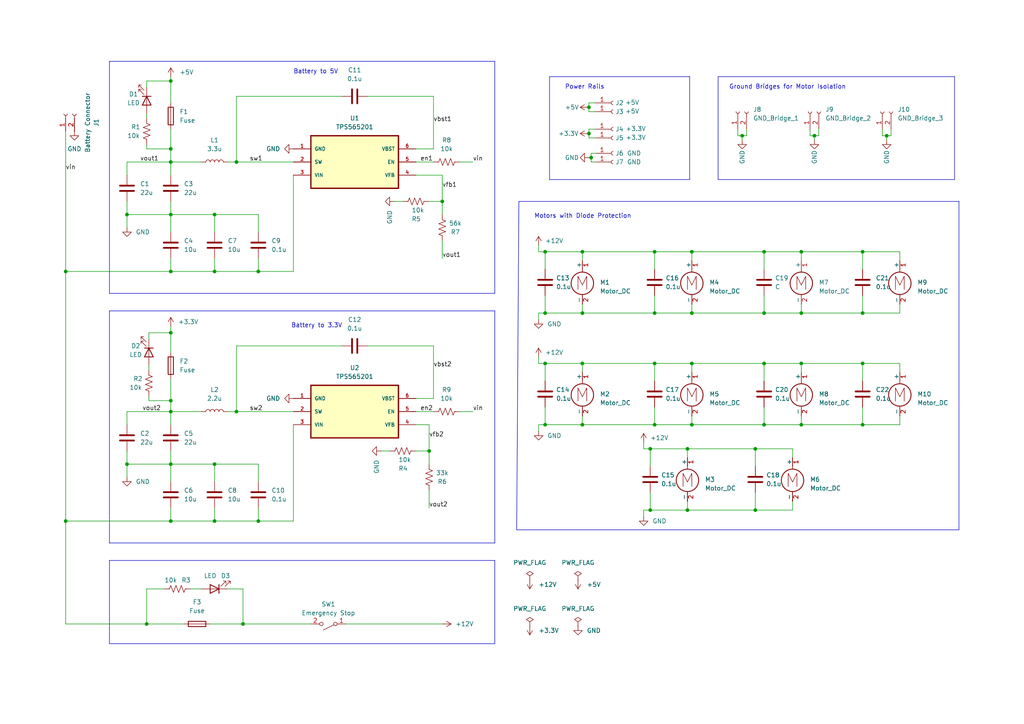
<source format=kicad_sch>
(kicad_sch (version 20230121) (generator eeschema)
  (paper "A4")
  (lib_symbols
    (symbol "Connector:Conn_01x01_Female" (pin_names (offset 1.016) hide)
      (property "Reference" "J" (at 0 2.54 0))
      (property "Value" "Conn_01x01_Female" (at 0 -2.54 0))
      (symbol "Conn_01x01_Female_1_1"
        (polyline (pts (xy -1.27 0) (xy -0.508 0)) (stroke (width 0.1524)))
        (arc (start 0 0.508) (mid -0.5058 0) (end 0 -0.508) (stroke (width 0.1524)))
        (pin passive line (at -5.08 0 0) (length 3.81) (name "Pin_1") (number "1"))
      )
    )
    (symbol "Connector:Conn_01x02_Female" (pin_names (offset 1.016) hide)
      (property "Reference" "J" (at 0 2.54 0))
      (property "Value" "Conn_01x02_Female" (at 0 -5.08 0))
      (symbol "Conn_01x02_Female_1_1"
        (arc (start 0 -2.032) (mid -0.5058 -2.54) (end 0 -3.048) (stroke (width 0.1524)))
        (polyline (pts (xy -1.27 -2.54) (xy -0.508 -2.54)) (stroke (width 0.1524)))
        (polyline (pts (xy -1.27 0) (xy -0.508 0)) (stroke (width 0.1524)))
        (arc (start 0 0.508) (mid -0.5058 0) (end 0 -0.508) (stroke (width 0.1524)))
        (pin passive line (at -5.08 0 0) (length 3.81) (name "Pin_1") (number "1"))
        (pin passive line (at -5.08 -2.54 0) (length 3.81) (name "Pin_2") (number "2"))
      )
    )
    (symbol "Connector:Conn_01x02_Socket" (pin_names (offset 1.016) hide)
      (property "Reference" "J" (at 0 2.54 0))
      (property "Value" "Conn_01x02_Socket" (at 0 -5.08 0))
      (symbol "Conn_01x02_Socket_1_1"
        (arc (start 0 -2.032) (mid -0.5058 -2.54) (end 0 -3.048) (stroke (width 0.1524)))
        (polyline (pts (xy -1.27 -2.54) (xy -0.508 -2.54)) (stroke (width 0.1524)))
        (polyline (pts (xy -1.27 0) (xy -0.508 0)) (stroke (width 0.1524)))
        (arc (start 0 0.508) (mid -0.5058 0) (end 0 -0.508) (stroke (width 0.1524)))
        (pin passive line (at -5.08 0 0) (length 3.81) (name "Pin_1") (number "1"))
        (pin passive line (at -5.08 -2.54 0) (length 3.81) (name "Pin_2") (number "2"))
      )
    )
    (symbol "Device:C" (pin_numbers hide) (pin_names (offset 0.254))
      (property "Reference" "C" (at 0.635 2.54 0))
      (property "Value" "C" (at 0.635 -2.54 0))
      (symbol "C_0_1"
        (polyline (pts (xy -2.032 -0.762) (xy 2.032 -0.762)) (stroke (width 0.508)))
        (polyline (pts (xy -2.032 0.762) (xy 2.032 0.762)) (stroke (width 0.508)))
      )
      (symbol "C_1_1"
        (pin passive line (at 0 3.81 270) (length 2.794) (name "~") (number "1"))
        (pin passive line (at 0 -3.81 90) (length 2.794) (name "~") (number "2"))
      )
    )
    (symbol "Device:Fuse" (pin_numbers hide) (pin_names (offset 0))
      (property "Reference" "F" (at 2.032 0 90))
      (property "Value" "Fuse" (at -1.905 0 90))
      (symbol "Fuse_0_1"
        (rectangle (start -0.762 -2.54) (end 0.762 2.54) (stroke (width 0.254)))
        (polyline (pts (xy 0 2.54) (xy 0 -2.54)))
      )
      (symbol "Fuse_1_1"
        (pin passive line (at 0 3.81 270) (length 1.27) (name "~") (number "1"))
        (pin passive line (at 0 -3.81 90) (length 1.27) (name "~") (number "2"))
      )
    )
    (symbol "Device:L" (pin_numbers hide) (pin_names (offset 1.016) hide)
      (property "Reference" "L" (at -1.27 0 90))
      (property "Value" "L" (at 1.905 0 90))
      (symbol "L_0_1"
        (arc (start 0 -2.54) (mid 0.6323 -1.905) (end 0 -1.27))
        (arc (start 0 -1.27) (mid 0.6323 -0.635) (end 0 0))
        (arc (start 0 0) (mid 0.6323 0.635) (end 0 1.27))
        (arc (start 0 1.27) (mid 0.6323 1.905) (end 0 2.54))
      )
      (symbol "L_1_1"
        (pin passive line (at 0 3.81 270) (length 1.27) (name "1") (number "1"))
        (pin passive line (at 0 -3.81 90) (length 1.27) (name "2") (number "2"))
      )
    )
    (symbol "Device:LED" (pin_numbers hide) (pin_names (offset 1.016) hide)
      (property "Reference" "D" (at 0 2.54 0))
      (property "Value" "LED" (at 0 -2.54 0))
      (symbol "LED_0_1"
        (polyline (pts (xy -1.27 -1.27) (xy -1.27 1.27)) (stroke (width 0.254)))
        (polyline (pts (xy -1.27 0) (xy 1.27 0)))
        (polyline (pts (xy 1.27 -1.27) (xy 1.27 1.27) (xy -1.27 0) (xy 1.27 -1.27)) (stroke (width 0.254)))
        (polyline (pts (xy -3.048 -0.762) (xy -4.572 -2.286) (xy -3.81 -2.286) (xy -4.572 -2.286) (xy -4.572 -1.524)))
        (polyline (pts (xy -1.778 -0.762) (xy -3.302 -2.286) (xy -2.54 -2.286) (xy -3.302 -2.286) (xy -3.302 -1.524)))
      )
      (symbol "LED_1_1"
        (pin passive line (at -3.81 0 0) (length 2.54) (name "K") (number "1"))
        (pin passive line (at 3.81 0 180) (length 2.54) (name "A") (number "2"))
      )
    )
    (symbol "Device:R_US" (pin_numbers hide) (pin_names (offset 0))
      (property "Reference" "R" (at 2.54 0 90))
      (property "Value" "R_US" (at -2.54 0 90))
      (symbol "R_US_0_1"
        (polyline (pts (xy 0 -2.286) (xy 0 -2.54)))
        (polyline (pts (xy 0 2.286) (xy 0 2.54)))
        (polyline (pts (xy 0 -0.762) (xy 1.016 -1.143) (xy 0 -1.524) (xy -1.016 -1.905) (xy 0 -2.286)))
        (polyline (pts (xy 0 0.762) (xy 1.016 0.381) (xy 0 0) (xy -1.016 -0.381) (xy 0 -0.762)))
        (polyline (pts (xy 0 2.286) (xy 1.016 1.905) (xy 0 1.524) (xy -1.016 1.143) (xy 0 0.762)))
      )
      (symbol "R_US_1_1"
        (pin passive line (at 0 3.81 270) (length 1.27) (name "~") (number "1"))
        (pin passive line (at 0 -3.81 90) (length 1.27) (name "~") (number "2"))
      )
    )
    (symbol "Motor:Motor_DC" (pin_names (offset 0))
      (property "Reference" "M" (at 2.54 2.54 0))
      (property "Value" "Motor_DC" (at 2.54 -5.08 0))
      (symbol "Motor_DC_0_0"
        (polyline (pts (xy -1.27 -3.302) (xy -1.27 0.508) (xy 0 -2.032) (xy 1.27 0.508) (xy 1.27 -3.302)))
      )
      (symbol "Motor_DC_0_1"
        (circle (center 0 -1.524) (radius 3.2512) (stroke (width 0.254)))
        (polyline (pts (xy 0 -7.62) (xy 0 -7.112)))
        (polyline (pts (xy 0 -4.7752) (xy 0 -5.1816)))
        (polyline (pts (xy 0 1.7272) (xy 0 2.0828)))
        (polyline (pts (xy 0 2.032) (xy 0 2.54)))
      )
      (symbol "Motor_DC_1_1"
        (pin passive line (at 0 5.08 270) (length 2.54) (name "+") (number "1"))
        (pin passive line (at 0 -7.62 90) (length 2.54) (name "-") (number "2"))
      )
    )
    (symbol "Switch:SW_SPST" (pin_names (offset 0) hide)
      (property "Reference" "SW" (at 0 3.175 0))
      (property "Value" "SW_SPST" (at 0 -2.54 0))
      (symbol "SW_SPST_0_0"
        (circle (center -2.032 0) (radius 0.508))
        (polyline (pts (xy -1.524 0.254) (xy 1.524 1.778)))
        (circle (center 2.032 0) (radius 0.508))
      )
      (symbol "SW_SPST_1_1"
        (pin passive line (at -5.08 0 0) (length 2.54) (name "A") (number "1"))
        (pin passive line (at 5.08 0 180) (length 2.54) (name "B") (number "2"))
      )
    )
    (symbol "TPS565201DDCR:TPS565201" (pin_names (offset 1.016))
      (property "Reference" "U?" (at -12.7 11.1506 0))
      (property "Value" "TPS565201" (at -5.08 -8.89 0))
      (symbol "TPS565201_0_0"
        (rectangle (start -12.7 10.16) (end 12.7 -5.08) (stroke (width 0.4064)) (fill (type background)))
        (pin power_in line (at -17.78 6.35 0) (length 5.08) (name "GND") (number "1"))
        (pin bidirectional line (at -17.78 2.54 0) (length 5.08) (name "SW") (number "2"))
        (pin bidirectional line (at -17.78 -1.27 0) (length 5.08) (name "VIN") (number "3"))
        (pin bidirectional line (at 17.78 -1.27 180) (length 5.08) (name "VFB") (number "4"))
        (pin bidirectional line (at 17.78 2.54 180) (length 5.08) (name "EN") (number "5"))
        (pin bidirectional line (at 17.78 6.35 180) (length 5.08) (name "VBST") (number "6"))
      )
    )
    (symbol "power:+12V" (power) (pin_names (offset 0))
      (property "Value" "+12V" (at 0 3.556 0))
      (symbol "+12V_0_1"
        (polyline (pts (xy -0.762 1.27) (xy 0 2.54)))
        (polyline (pts (xy 0 0) (xy 0 2.54)))
        (polyline (pts (xy 0 2.54) (xy 0.762 1.27)))
      )
      (symbol "+12V_1_1"
        (pin power_in line (at 0 0 90) (length 0) hide (name "+12V") (number "1"))
      )
    )
    (symbol "power:+3.3V" (power) (pin_names (offset 0))
      (property "Value" "+3.3V" (at 0 3.556 0))
      (symbol "+3.3V_0_1"
        (polyline (pts (xy -0.762 1.27) (xy 0 2.54)))
        (polyline (pts (xy 0 0) (xy 0 2.54)))
        (polyline (pts (xy 0 2.54) (xy 0.762 1.27)))
      )
      (symbol "+3.3V_1_1"
        (pin power_in line (at 0 0 90) (length 0) hide (name "+3.3V") (number "1"))
      )
    )
    (symbol "power:+5V" (power) (pin_names (offset 0))
      (property "Value" "+5V" (at 0 3.556 0))
      (symbol "+5V_0_1"
        (polyline (pts (xy -0.762 1.27) (xy 0 2.54)))
        (polyline (pts (xy 0 0) (xy 0 2.54)))
        (polyline (pts (xy 0 2.54) (xy 0.762 1.27)))
      )
      (symbol "+5V_1_1"
        (pin power_in line (at 0 0 90) (length 0) hide (name "+5V") (number "1"))
      )
    )
    (symbol "power:GND" (power) (pin_names (offset 0))
      (property "Value" "GND" (at 0 -3.81 0))
      (symbol "GND_0_1"
        (polyline (pts (xy 0 0) (xy 0 -1.27) (xy 1.27 -1.27) (xy 0 -2.54) (xy -1.27 -1.27) (xy 0 -1.27)))
      )
      (symbol "GND_1_1"
        (pin power_in line (at 0 0 270) (length 0) hide (name "GND") (number "1"))
      )
    )
    (symbol "power:PWR_FLAG" (power) (pin_numbers hide) (pin_names (offset 0) hide)
      (property "Value" "PWR_FLAG" (at 0 3.81 0))
      (symbol "PWR_FLAG_0_0"
        (pin power_out line (at 0 0 90) (length 0) (name "pwr") (number "1"))
      )
      (symbol "PWR_FLAG_0_1"
        (polyline (pts (xy 0 0) (xy 0 1.27) (xy -1.016 1.905) (xy 0 2.54) (xy 1.016 1.905) (xy 0 1.27)))
      )
    )
  )
  (junction (at 74.93 78.74))
  (junction (at 74.93 151.13))
  (junction (at 221.615 123.19))
  (junction (at 168.91 73.025))
  (junction (at 188.595 130.175))
  (junction (at 36.83 62.23))
  (junction (at 199.39 130.175))
  (junction (at 49.53 46.99))
  (junction (at 62.23 151.13))
  (junction (at 188.595 147.955))
  (junction (at 171.45 45.72))
  (junction (at 62.23 62.23))
  (junction (at 219.075 147.955))
  (junction (at 168.91 105.41))
  (junction (at 189.865 90.805))
  (junction (at 49.53 119.38))
  (junction (at 221.615 90.805))
  (junction (at 124.46 130.81))
  (junction (at 200.66 73.025))
  (junction (at 42.545 180.975))
  (junction (at 221.615 73.025))
  (junction (at 62.23 134.62))
  (junction (at 221.615 105.41))
  (junction (at 168.91 90.805))
  (junction (at 200.66 90.805))
  (junction (at 189.865 123.19))
  (junction (at 232.41 123.19))
  (junction (at 189.865 105.41))
  (junction (at 168.91 123.19))
  (junction (at 49.53 96.52))
  (junction (at 170.815 38.735))
  (junction (at 49.53 43.18))
  (junction (at 236.22 39.37))
  (junction (at 36.83 134.62))
  (junction (at 250.19 73.025))
  (junction (at 189.865 73.025))
  (junction (at 128.27 58.42))
  (junction (at 250.19 123.19))
  (junction (at 49.53 23.495))
  (junction (at 232.41 105.41))
  (junction (at 49.53 78.74))
  (junction (at 158.115 123.19))
  (junction (at 158.115 73.025))
  (junction (at 232.41 73.025))
  (junction (at 250.19 105.41))
  (junction (at 158.115 105.41))
  (junction (at 170.815 31.115))
  (junction (at 200.66 105.41))
  (junction (at 215.265 39.37))
  (junction (at 49.53 62.23))
  (junction (at 68.58 46.99))
  (junction (at 49.53 116.205))
  (junction (at 199.39 147.955))
  (junction (at 19.05 151.13))
  (junction (at 232.41 90.805))
  (junction (at 68.58 119.38))
  (junction (at 250.19 90.805))
  (junction (at 158.115 90.805))
  (junction (at 62.23 78.74))
  (junction (at 19.05 78.74))
  (junction (at 219.075 130.175))
  (junction (at 200.66 123.19))
  (junction (at 49.53 151.13))
  (junction (at 70.485 180.975))
  (junction (at 257.175 39.37))
  (junction (at 49.53 134.62))
  (wire (pts (xy 170.815 37.465) (xy 170.815 38.735)))
  (polyline (pts (xy 200.025 52.07) (xy 159.385 52.07)) (stroke (width 0) (type solid)))
  (wire (pts (xy 66.04 46.99) (xy 68.58 46.99)))
  (wire (pts (xy 42.545 25.4) (xy 42.545 23.495)))
  (wire (pts (xy 186.69 130.175) (xy 188.595 130.175)))
  (polyline (pts (xy 200.025 22.225) (xy 200.025 52.07)) (stroke (width 0) (type solid)))
  (wire (pts (xy 156.21 90.805) (xy 158.115 90.805)))
  (wire (pts (xy 55.245 170.815) (xy 58.42 170.815)))
  (wire (pts (xy 219.075 142.875) (xy 219.075 147.955)))
  (wire (pts (xy 156.21 92.71) (xy 156.21 90.805)))
  (wire (pts (xy 199.39 130.175) (xy 219.075 130.175)))
  (wire (pts (xy 125.73 43.18) (xy 120.65 43.18)))
  (wire (pts (xy 85.09 78.74) (xy 74.93 78.74)))
  (wire (pts (xy 36.83 46.99) (xy 49.53 46.99)))
  (wire (pts (xy 120.65 46.99) (xy 125.73 46.99)))
  (wire (pts (xy 124.46 130.81) (xy 124.46 134.62)))
  (wire (pts (xy 49.53 62.23) (xy 49.53 58.42)))
  (wire (pts (xy 43.18 116.205) (xy 49.53 116.205)))
  (wire (pts (xy 133.35 119.38) (xy 137.16 119.38)))
  (polyline (pts (xy 278.13 153.67) (xy 149.86 153.67)) (stroke (width 0) (type solid)))
  (wire (pts (xy 49.53 94.615) (xy 49.53 96.52)))
  (wire (pts (xy 42.545 34.29) (xy 42.545 33.02)))
  (wire (pts (xy 124.46 142.24) (xy 124.46 147.32)))
  (wire (pts (xy 49.53 96.52) (xy 49.53 102.235)))
  (wire (pts (xy 168.91 88.265) (xy 168.91 90.805)))
  (wire (pts (xy 199.39 147.955) (xy 219.075 147.955)))
  (wire (pts (xy 213.995 37.465) (xy 213.995 39.37)))
  (wire (pts (xy 124.46 123.19) (xy 124.46 130.81)))
  (wire (pts (xy 172.72 46.99) (xy 171.45 46.99)))
  (wire (pts (xy 257.175 40.64) (xy 257.175 39.37)))
  (wire (pts (xy 188.595 147.955) (xy 199.39 147.955)))
  (wire (pts (xy 260.985 120.65) (xy 260.985 123.19)))
  (wire (pts (xy 19.05 38.1) (xy 19.05 78.74)))
  (wire (pts (xy 19.05 78.74) (xy 49.53 78.74)))
  (polyline (pts (xy 31.75 162.56) (xy 31.75 186.69)) (stroke (width 0) (type solid)))
  (wire (pts (xy 200.66 73.025) (xy 200.66 75.565)))
  (wire (pts (xy 158.115 78.105) (xy 158.115 73.025)))
  (wire (pts (xy 189.865 85.725) (xy 189.865 90.805)))
  (wire (pts (xy 215.265 39.37) (xy 216.535 39.37)))
  (polyline (pts (xy 31.75 186.69) (xy 143.51 186.69)) (stroke (width 0) (type solid)))
  (polyline (pts (xy 143.51 17.78) (xy 31.75 17.78)) (stroke (width 0) (type solid)))
  (polyline (pts (xy 276.86 52.07) (xy 208.28 52.07)) (stroke (width 0) (type solid)))
  (wire (pts (xy 221.615 118.11) (xy 221.615 123.19)))
  (wire (pts (xy 62.23 78.74) (xy 74.93 78.74)))
  (wire (pts (xy 19.05 78.74) (xy 19.05 151.13)))
  (wire (pts (xy 232.41 88.265) (xy 232.41 90.805)))
  (wire (pts (xy 62.23 139.7) (xy 62.23 134.62)))
  (wire (pts (xy 232.41 120.65) (xy 232.41 123.19)))
  (wire (pts (xy 250.19 90.805) (xy 260.985 90.805)))
  (wire (pts (xy 200.66 120.65) (xy 200.66 123.19)))
  (wire (pts (xy 186.69 149.86) (xy 186.69 147.955)))
  (wire (pts (xy 168.91 73.025) (xy 189.865 73.025)))
  (wire (pts (xy 99.06 27.94) (xy 68.58 27.94)))
  (wire (pts (xy 255.905 39.37) (xy 257.175 39.37)))
  (wire (pts (xy 128.27 50.8) (xy 128.27 58.42)))
  (wire (pts (xy 170.815 32.385) (xy 170.815 31.115)))
  (wire (pts (xy 200.66 73.025) (xy 221.615 73.025)))
  (wire (pts (xy 36.83 134.62) (xy 36.83 138.43)))
  (wire (pts (xy 158.115 118.11) (xy 158.115 123.19)))
  (wire (pts (xy 221.615 90.805) (xy 232.41 90.805)))
  (wire (pts (xy 234.95 39.37) (xy 236.22 39.37)))
  (wire (pts (xy 49.53 147.32) (xy 49.53 151.13)))
  (wire (pts (xy 85.09 50.8) (xy 85.09 78.74)))
  (wire (pts (xy 60.96 180.975) (xy 70.485 180.975)))
  (wire (pts (xy 113.03 130.81) (xy 110.49 130.81)))
  (wire (pts (xy 200.66 123.19) (xy 221.615 123.19)))
  (wire (pts (xy 36.83 134.62) (xy 49.53 134.62)))
  (wire (pts (xy 170.815 38.735) (xy 170.815 40.005)))
  (wire (pts (xy 199.39 145.415) (xy 199.39 147.955)))
  (wire (pts (xy 58.42 119.38) (xy 49.53 119.38)))
  (wire (pts (xy 70.485 180.975) (xy 90.17 180.975)))
  (wire (pts (xy 43.18 114.935) (xy 43.18 116.205)))
  (wire (pts (xy 62.23 151.13) (xy 74.93 151.13)))
  (wire (pts (xy 74.93 67.31) (xy 74.93 62.23)))
  (wire (pts (xy 49.53 78.74) (xy 62.23 78.74)))
  (wire (pts (xy 125.73 115.57) (xy 120.65 115.57)))
  (wire (pts (xy 158.115 73.025) (xy 168.91 73.025)))
  (wire (pts (xy 125.73 27.94) (xy 125.73 43.18)))
  (wire (pts (xy 189.865 110.49) (xy 189.865 105.41)))
  (wire (pts (xy 42.545 43.18) (xy 49.53 43.18)))
  (wire (pts (xy 49.53 23.495) (xy 49.53 29.845)))
  (wire (pts (xy 128.27 69.85) (xy 128.27 74.93)))
  (wire (pts (xy 120.65 123.19) (xy 124.46 123.19)))
  (polyline (pts (xy 150.495 58.42) (xy 278.13 58.42)) (stroke (width 0) (type solid)))
  (wire (pts (xy 19.05 151.13) (xy 19.05 180.975)))
  (polyline (pts (xy 159.385 22.225) (xy 200.025 22.225)) (stroke (width 0) (type solid)))
  (wire (pts (xy 168.91 123.19) (xy 189.865 123.19)))
  (wire (pts (xy 232.41 105.41) (xy 250.19 105.41)))
  (wire (pts (xy 172.72 37.465) (xy 170.815 37.465)))
  (wire (pts (xy 172.72 40.005) (xy 170.815 40.005)))
  (wire (pts (xy 156.21 73.025) (xy 158.115 73.025)))
  (wire (pts (xy 68.58 119.38) (xy 85.09 119.38)))
  (wire (pts (xy 42.545 41.91) (xy 42.545 43.18)))
  (wire (pts (xy 85.09 151.13) (xy 74.93 151.13)))
  (wire (pts (xy 250.19 110.49) (xy 250.19 105.41)))
  (polyline (pts (xy 31.75 17.78) (xy 31.75 85.09)) (stroke (width 0) (type solid)))
  (wire (pts (xy 42.545 180.975) (xy 19.05 180.975)))
  (wire (pts (xy 68.58 27.94) (xy 68.58 46.99)))
  (wire (pts (xy 74.93 62.23) (xy 62.23 62.23)))
  (polyline (pts (xy 276.86 22.225) (xy 276.86 52.07)) (stroke (width 0) (type solid)))
  (wire (pts (xy 49.53 62.23) (xy 62.23 62.23)))
  (wire (pts (xy 36.83 58.42) (xy 36.83 62.23)))
  (wire (pts (xy 250.19 105.41) (xy 260.985 105.41)))
  (wire (pts (xy 170.815 45.72) (xy 171.45 45.72)))
  (wire (pts (xy 62.23 147.32) (xy 62.23 151.13)))
  (wire (pts (xy 257.175 39.37) (xy 258.445 39.37)))
  (wire (pts (xy 215.265 40.64) (xy 215.265 39.37)))
  (wire (pts (xy 47.625 170.815) (xy 42.545 170.815)))
  (wire (pts (xy 49.53 134.62) (xy 62.23 134.62)))
  (wire (pts (xy 128.27 58.42) (xy 128.27 62.23)))
  (wire (pts (xy 168.91 105.41) (xy 189.865 105.41)))
  (wire (pts (xy 172.72 44.45) (xy 171.45 44.45)))
  (wire (pts (xy 70.485 170.815) (xy 70.485 180.975)))
  (wire (pts (xy 219.075 147.955) (xy 229.87 147.955)))
  (wire (pts (xy 168.91 120.65) (xy 168.91 123.19)))
  (wire (pts (xy 189.865 90.805) (xy 200.66 90.805)))
  (wire (pts (xy 106.68 100.33) (xy 125.73 100.33)))
  (wire (pts (xy 66.04 119.38) (xy 68.58 119.38)))
  (wire (pts (xy 68.58 100.33) (xy 68.58 119.38)))
  (wire (pts (xy 189.865 118.11) (xy 189.865 123.19)))
  (wire (pts (xy 188.595 130.175) (xy 199.39 130.175)))
  (wire (pts (xy 120.65 50.8) (xy 128.27 50.8)))
  (wire (pts (xy 74.93 139.7) (xy 74.93 134.62)))
  (wire (pts (xy 49.53 109.855) (xy 49.53 116.205)))
  (wire (pts (xy 200.66 88.265) (xy 200.66 90.805)))
  (wire (pts (xy 250.19 118.11) (xy 250.19 123.19)))
  (wire (pts (xy 49.53 37.465) (xy 49.53 43.18)))
  (wire (pts (xy 221.615 73.025) (xy 232.41 73.025)))
  (wire (pts (xy 258.445 37.465) (xy 258.445 39.37)))
  (wire (pts (xy 171.45 44.45) (xy 171.45 45.72)))
  (wire (pts (xy 49.53 62.23) (xy 49.53 67.31)))
  (wire (pts (xy 213.995 39.37) (xy 215.265 39.37)))
  (wire (pts (xy 189.865 73.025) (xy 200.66 73.025)))
  (polyline (pts (xy 143.51 85.09) (xy 143.51 17.78)) (stroke (width 0) (type solid)))
  (wire (pts (xy 232.41 90.805) (xy 250.19 90.805)))
  (wire (pts (xy 168.91 73.025) (xy 168.91 75.565)))
  (wire (pts (xy 236.22 40.64) (xy 236.22 39.37)))
  (wire (pts (xy 168.91 105.41) (xy 168.91 107.95)))
  (polyline (pts (xy 143.51 90.17) (xy 31.75 90.17)) (stroke (width 0) (type solid)))
  (wire (pts (xy 250.19 78.105) (xy 250.19 73.025)))
  (wire (pts (xy 250.19 123.19) (xy 260.985 123.19)))
  (wire (pts (xy 68.58 46.99) (xy 85.09 46.99)))
  (wire (pts (xy 260.985 73.025) (xy 260.985 75.565)))
  (wire (pts (xy 85.09 123.19) (xy 85.09 151.13)))
  (wire (pts (xy 42.545 23.495) (xy 49.53 23.495)))
  (wire (pts (xy 49.53 134.62) (xy 49.53 130.81)))
  (wire (pts (xy 221.615 85.725) (xy 221.615 90.805)))
  (wire (pts (xy 200.66 90.805) (xy 221.615 90.805)))
  (wire (pts (xy 260.985 105.41) (xy 260.985 107.95)))
  (wire (pts (xy 158.115 90.805) (xy 168.91 90.805)))
  (wire (pts (xy 232.41 105.41) (xy 232.41 107.95)))
  (wire (pts (xy 232.41 73.025) (xy 232.41 75.565)))
  (wire (pts (xy 221.615 123.19) (xy 232.41 123.19)))
  (wire (pts (xy 106.68 27.94) (xy 125.73 27.94)))
  (wire (pts (xy 99.06 100.33) (xy 68.58 100.33)))
  (wire (pts (xy 189.865 123.19) (xy 200.66 123.19)))
  (wire (pts (xy 36.83 62.23) (xy 49.53 62.23)))
  (wire (pts (xy 156.21 123.19) (xy 158.115 123.19)))
  (polyline (pts (xy 31.75 157.48) (xy 143.51 157.48)) (stroke (width 0) (type solid)))
  (wire (pts (xy 49.53 22.225) (xy 49.53 23.495)))
  (wire (pts (xy 66.04 170.815) (xy 70.485 170.815)))
  (wire (pts (xy 188.595 135.255) (xy 188.595 130.175)))
  (wire (pts (xy 42.545 170.815) (xy 42.545 180.975)))
  (wire (pts (xy 156.21 125.095) (xy 156.21 123.19)))
  (wire (pts (xy 234.95 37.465) (xy 234.95 39.37)))
  (wire (pts (xy 36.83 130.81) (xy 36.83 134.62)))
  (wire (pts (xy 133.35 46.99) (xy 137.16 46.99)))
  (wire (pts (xy 260.985 88.265) (xy 260.985 90.805)))
  (wire (pts (xy 158.115 123.19) (xy 168.91 123.19)))
  (wire (pts (xy 43.18 96.52) (xy 49.53 96.52)))
  (wire (pts (xy 36.83 62.23) (xy 36.83 66.04)))
  (wire (pts (xy 114.3 58.42) (xy 116.84 58.42)))
  (wire (pts (xy 43.18 98.425) (xy 43.18 96.52)))
  (wire (pts (xy 19.05 151.13) (xy 49.53 151.13)))
  (wire (pts (xy 120.65 119.38) (xy 125.73 119.38)))
  (wire (pts (xy 156.21 105.41) (xy 158.115 105.41)))
  (wire (pts (xy 158.115 110.49) (xy 158.115 105.41)))
  (wire (pts (xy 125.73 100.33) (xy 125.73 115.57)))
  (wire (pts (xy 156.21 103.505) (xy 156.21 105.41)))
  (wire (pts (xy 170.815 31.115) (xy 170.815 29.845)))
  (wire (pts (xy 221.615 110.49) (xy 221.615 105.41)))
  (wire (pts (xy 189.865 78.105) (xy 189.865 73.025)))
  (wire (pts (xy 158.115 85.725) (xy 158.115 90.805)))
  (polyline (pts (xy 143.51 157.48) (xy 143.51 90.17)) (stroke (width 0) (type solid)))
  (wire (pts (xy 43.18 107.315) (xy 43.18 106.045)))
  (wire (pts (xy 186.69 147.955) (xy 188.595 147.955)))
  (wire (pts (xy 250.19 73.025) (xy 260.985 73.025)))
  (wire (pts (xy 58.42 46.99) (xy 49.53 46.99)))
  (wire (pts (xy 236.22 39.37) (xy 237.49 39.37)))
  (polyline (pts (xy 31.75 90.17) (xy 31.75 157.48)) (stroke (width 0) (type solid)))
  (wire (pts (xy 49.53 151.13) (xy 62.23 151.13)))
  (wire (pts (xy 49.53 46.99) (xy 49.53 50.8)))
  (polyline (pts (xy 31.75 85.09) (xy 143.51 85.09)) (stroke (width 0) (type solid)))
  (wire (pts (xy 36.83 119.38) (xy 49.53 119.38)))
  (wire (pts (xy 221.615 78.105) (xy 221.615 73.025)))
  (wire (pts (xy 49.53 116.205) (xy 49.53 119.38)))
  (wire (pts (xy 171.45 45.72) (xy 171.45 46.99)))
  (wire (pts (xy 62.23 74.93) (xy 62.23 78.74)))
  (polyline (pts (xy 159.385 22.225) (xy 159.385 52.07)) (stroke (width 0) (type solid)))
  (polyline (pts (xy 208.28 22.225) (xy 276.86 22.225)) (stroke (width 0) (type solid)))
  (wire (pts (xy 200.66 105.41) (xy 221.615 105.41)))
  (wire (pts (xy 229.87 130.175) (xy 229.87 132.715)))
  (wire (pts (xy 62.23 67.31) (xy 62.23 62.23)))
  (wire (pts (xy 49.53 43.18) (xy 49.53 46.99)))
  (wire (pts (xy 168.91 90.805) (xy 189.865 90.805)))
  (wire (pts (xy 221.615 105.41) (xy 232.41 105.41)))
  (polyline (pts (xy 278.13 58.42) (xy 278.13 153.67)) (stroke (width 0) (type solid)))
  (wire (pts (xy 186.69 128.27) (xy 186.69 130.175)))
  (wire (pts (xy 156.21 71.12) (xy 156.21 73.025)))
  (polyline (pts (xy 208.28 22.225) (xy 208.28 52.07)) (stroke (width 0) (type solid)))
  (wire (pts (xy 53.34 180.975) (xy 42.545 180.975)))
  (wire (pts (xy 199.39 130.175) (xy 199.39 132.715)))
  (wire (pts (xy 255.905 37.465) (xy 255.905 39.37)))
  (polyline (pts (xy 143.51 186.69) (xy 143.51 162.56)) (stroke (width 0) (type solid)))
  (wire (pts (xy 128.27 58.42) (xy 124.46 58.42)))
  (wire (pts (xy 74.93 134.62) (xy 62.23 134.62)))
  (wire (pts (xy 188.595 142.875) (xy 188.595 147.955)))
  (wire (pts (xy 158.115 105.41) (xy 168.91 105.41)))
  (wire (pts (xy 219.075 130.175) (xy 229.87 130.175)))
  (polyline (pts (xy 143.51 162.56) (xy 31.75 162.56)) (stroke (width 0) (type solid)))
  (wire (pts (xy 172.72 32.385) (xy 170.815 32.385)))
  (wire (pts (xy 189.865 105.41) (xy 200.66 105.41)))
  (wire (pts (xy 200.66 105.41) (xy 200.66 107.95)))
  (wire (pts (xy 229.87 145.415) (xy 229.87 147.955)))
  (wire (pts (xy 232.41 123.19) (xy 250.19 123.19)))
  (wire (pts (xy 36.83 119.38) (xy 36.83 123.19)))
  (wire (pts (xy 219.075 135.255) (xy 219.075 130.175)))
  (wire (pts (xy 49.53 134.62) (xy 49.53 139.7)))
  (wire (pts (xy 74.93 151.13) (xy 74.93 147.32)))
  (wire (pts (xy 250.19 73.025) (xy 232.41 73.025)))
  (wire (pts (xy 237.49 37.465) (xy 237.49 39.37)))
  (wire (pts (xy 216.535 37.465) (xy 216.535 39.37)))
  (wire (pts (xy 124.46 130.81) (xy 120.65 130.81)))
  (wire (pts (xy 172.72 29.845) (xy 170.815 29.845)))
  (wire (pts (xy 49.53 74.93) (xy 49.53 78.74)))
  (wire (pts (xy 100.33 180.975) (xy 128.27 180.975)))
  (wire (pts (xy 74.93 78.74) (xy 74.93 74.93)))
  (wire (pts (xy 36.83 46.99) (xy 36.83 50.8)))
  (wire (pts (xy 250.19 85.725) (xy 250.19 90.805)))
  (wire (pts (xy 49.53 119.38) (xy 49.53 123.19)))
  (polyline (pts (xy 150.495 58.42) (xy 149.86 153.67)) (stroke (width 0) (type solid)))
  (text "Motors with Diode Protection" (at 154.94 63.5 0) (effects (font (size 1.27 1.27)) (justify left bottom)))
  (text "Battery to 5V" (at 85.09 21.59 0) (effects (font (size 1.27 1.27)) (justify left bottom)))
  (text "Battery to 3.3V" (at 84.455 95.25 0) (effects (font (size 1.27 1.27)) (justify left bottom)))
  (text "Power Rails" (at 163.83 26.035 0) (effects (font (size 1.27 1.27)) (justify left bottom)))
  (text "Ground Bridges for Motor Isolation" (at 211.455 26.035 0) (effects (font (size 1.27 1.27)) (justify left bottom)))
  (label "sw1" (at 72.39 46.99 0))
  (label "vout1" (at 40.64 46.99 0))
  (label "vout2" (at 124.46 147.32 0))
  (label "sw2" (at 72.39 119.38 0))
  (label "vbst1" (at 125.73 35.56 0))
  (label "vout2" (at 41.275 119.38 0))
  (label "en1" (at 121.92 46.99 0))
  (label "vbst2" (at 125.73 106.68 0))
  (label "vin" (at 19.05 49.53 0))
  (label "vin" (at 137.16 46.99 0))
  (label "vfb2" (at 124.46 127 0))
  (label "en2" (at 121.92 119.38 0))
  (label "vin" (at 137.16 119.38 0))
  (label "vfb1" (at 128.27 54.61 0))
  (label "vout1" (at 128.27 74.93 0))
  (symbol (lib_id "Device:L") (at 62.23 119.38 90) (unit 1)
    (property "Reference" "L2" (at 62.23 113.03 90))
    (property "Value" "2.2u" (at 62.23 115.57 90))
    (property "Footprint" "Power_Dist:IND_SPM6530_TDK" (effects hide))
  )
  (symbol (lib_id "power:GND") (at 156.21 92.71 0) (unit 1)
    (property "Reference" "#PWR014" (effects hide))
    (property "Value" "GND" (at 158.75 93.9799 0) (effects (justify left)))
  )
  (symbol (lib_id "Connector:Conn_01x02_Socket") (at 234.95 32.385 90) (unit 1)
    (property "Reference" "J9" (at 239.395 31.75 90) (effects (justify right)))
    (property "Value" "GND_Bridge_2" (at 239.395 34.29 90) (effects (justify right)))
    (property "Footprint" "Power_Dist:GND_Bridge" (effects hide))
  )
  (symbol (lib_id "power:GND") (at 236.22 40.64 0) (unit 1)
    (property "Reference" "#PWR025" (effects hide))
    (property "Value" "GND" (at 236.22 47.625 90) (effects (justify left)))
  )
  (symbol (lib_id "power:GND") (at 156.21 125.095 0) (unit 1)
    (property "Reference" "#PWR016" (effects hide))
    (property "Value" "GND" (at 158.75 126.3649 0) (effects (justify left)))
  )
  (symbol (lib_id "power:PWR_FLAG") (at 153.67 181.61 0) (unit 1)
    (property "Reference" "#FLG02" (effects hide))
    (property "Value" "PWR_FLAG" (at 153.67 176.53 0))
  )
  (symbol (lib_id "Device:C") (at 74.93 143.51 0) (unit 1)
    (property "Reference" "C10" (at 78.74 142.2399 0) (effects (justify left)))
    (property "Value" "0.1u" (at 78.74 144.7799 0) (effects (justify left)))
    (property "Footprint" "Capacitor_SMD:C_1206_3216Metric_Pad1.33x1.80mm_HandSolder" (effects hide))
  )
  (symbol (lib_id "Motor:Motor_DC") (at 200.66 80.645 0) (unit 1)
    (property "Reference" "M4" (at 205.74 81.9149 0) (effects (justify left)))
    (property "Value" "Motor_DC" (at 205.74 84.4549 0) (effects (justify left)))
    (property "Footprint" "Power_Dist:Molex_Screw_Term_0397730002" (effects hide))
  )
  (symbol (lib_id "Device:C") (at 49.53 54.61 0) (unit 1)
    (property "Reference" "C3" (at 53.34 53.3399 0) (effects (justify left)))
    (property "Value" "22u" (at 53.34 55.8799 0) (effects (justify left)))
    (property "Footprint" "Capacitor_SMD:C_1206_3216Metric_Pad1.33x1.80mm_HandSolder" (effects hide))
  )
  (symbol (lib_id "power:GND") (at 21.59 38.1 0) (unit 1)
    (property "Reference" "#PWR01" (effects hide))
    (property "Value" "GND" (at 21.59 43.18 0))
  )
  (symbol (lib_id "Device:LED") (at 62.23 170.815 180) (unit 1)
    (property "Reference" "D3" (at 65.405 167.005 0))
    (property "Value" "LED" (at 60.96 167.005 0))
    (property "Footprint" "LED_SMD:LED_1206_3216Metric_Pad1.42x1.75mm_HandSolder" (effects hide))
  )
  (symbol (lib_id "power:+3.3V") (at 170.815 38.735 90) (unit 1)
    (property "Reference" "#PWR020" (effects hide))
    (property "Value" "+3.3V" (at 161.925 38.735 90) (effects (justify right)))
  )
  (symbol (lib_id "Device:C") (at 158.115 81.915 0) (unit 1)
    (property "Reference" "C13" (at 161.29 80.645 0) (effects (justify left)))
    (property "Value" "0.1u" (at 161.29 83.185 0) (effects (justify left)))
    (property "Footprint" "Capacitor_SMD:C_1206_3216Metric_Pad1.33x1.80mm_HandSolder" (effects hide))
  )
  (symbol (lib_id "TPS565201DDCR:TPS565201") (at 102.87 49.53 0) (unit 1)
    (property "Reference" "U1" (at 102.87 34.29 0))
    (property "Value" "TPS565201" (at 102.87 36.83 0))
    (property "Footprint" "Power_Dist:TPS565201" (effects hide))
    (property "Datasheet" "https://www.ti.com/lit/ds/symlink/tps565201.pdf?ts=1697988111953" (effects hide))
  )
  (symbol (lib_id "Motor:Motor_DC") (at 199.39 137.795 0) (unit 1)
    (property "Reference" "M3" (at 204.47 139.0649 0) (effects (justify left)))
    (property "Value" "Motor_DC" (at 204.47 141.6049 0) (effects (justify left)))
    (property "Footprint" "Power_Dist:Molex_Screw_Term_0397730002" (effects hide))
  )
  (symbol (lib_id "Device:LED") (at 43.18 102.235 270) (unit 1)
    (property "Reference" "D2" (at 39.37 100.33 90))
    (property "Value" "LED" (at 39.37 102.87 90))
    (property "Footprint" "LED_SMD:LED_1206_3216Metric_Pad1.42x1.75mm_HandSolder" (effects hide))
  )
  (symbol (lib_id "Device:Fuse") (at 49.53 33.655 0) (unit 1)
    (property "Reference" "F1" (at 52.07 32.3849 0) (effects (justify left)))
    (property "Value" "Fuse" (at 52.07 34.9249 0) (effects (justify left)))
    (property "Footprint" "Fuse:Fuse_1206_3216Metric_Pad1.42x1.75mm_HandSolder" (effects hide))
  )
  (symbol (lib_id "Connector:Conn_01x02_Female") (at 19.05 33.02 90) (unit 1)
    (property "Reference" "J1" (at 27.94 35.56 0))
    (property "Value" "Battery Connector" (at 25.4 35.56 0))
    (property "Footprint" "Power_Dist:Molex_Screw_Term_0397730002" (effects hide))
  )
  (symbol (lib_id "Connector:Conn_01x01_Female") (at 177.8 40.005 0) (unit 1)
    (property "Reference" "J5" (at 179.705 40.005 0))
    (property "Value" "+3.3V" (at 184.404 39.878 0))
    (property "Footprint" "Power_Dist:Pwr_Rail_Conn_Custom" (effects hide))
  )
  (symbol (lib_id "Motor:Motor_DC") (at 168.91 113.03 0) (unit 1)
    (property "Reference" "M2" (at 173.99 114.2999 0) (effects (justify left)))
    (property "Value" "Motor_DC" (at 173.99 116.8399 0) (effects (justify left)))
    (property "Footprint" "Power_Dist:Molex_Screw_Term_0397730002" (effects hide))
  )
  (symbol (lib_id "Device:C") (at 49.53 127 0) (unit 1)
    (property "Reference" "C5" (at 53.34 125.7299 0) (effects (justify left)))
    (property "Value" "22u" (at 53.34 128.2699 0) (effects (justify left)))
    (property "Footprint" "Capacitor_SMD:C_1206_3216Metric_Pad1.33x1.80mm_HandSolder" (effects hide))
  )
  (symbol (lib_id "power:+3.3V") (at 49.53 94.615 0) (unit 1)
    (property "Reference" "#PWR05" (effects hide))
    (property "Value" "+3.3V" (at 54.61 93.345 0))
  )
  (symbol (lib_id "Device:Fuse") (at 49.53 106.045 0) (unit 1)
    (property "Reference" "F2" (at 52.07 104.7749 0) (effects (justify left)))
    (property "Value" "Fuse" (at 52.07 107.3149 0) (effects (justify left)))
    (property "Footprint" "Fuse:Fuse_1206_3216Metric_Pad1.42x1.75mm_HandSolder" (effects hide))
  )
  (symbol (lib_id "power:GND") (at 85.09 43.18 270) (unit 1)
    (property "Reference" "#PWR06" (effects hide))
    (property "Value" "GND" (at 81.28 43.1799 90) (effects (justify right)))
  )
  (symbol (lib_id "power:GND") (at 257.175 40.64 0) (unit 1)
    (property "Reference" "#PWR026" (effects hide))
    (property "Value" "GND" (at 257.175 47.625 90) (effects (justify left)))
  )
  (symbol (lib_id "Device:C") (at 102.87 100.33 90) (unit 1)
    (property "Reference" "C12" (at 102.87 92.71 90))
    (property "Value" "0.1u" (at 102.87 95.25 90))
    (property "Footprint" "Capacitor_SMD:C_1206_3216Metric_Pad1.33x1.80mm_HandSolder" (effects hide))
  )
  (symbol (lib_id "TPS565201DDCR:TPS565201") (at 102.87 121.92 0) (unit 1)
    (property "Reference" "U2" (at 102.87 106.68 0))
    (property "Value" "TPS565201" (at 102.87 109.22 0))
    (property "Footprint" "Power_Dist:TPS565201" (effects hide))
    (property "Datasheet" "https://www.ti.com/lit/ds/symlink/tps565201.pdf?ts=1697988111953" (effects hide))
  )
  (symbol (lib_id "Device:C") (at 62.23 71.12 0) (unit 1)
    (property "Reference" "C7" (at 66.04 69.8499 0) (effects (justify left)))
    (property "Value" "10u" (at 66.04 72.3899 0) (effects (justify left)))
    (property "Footprint" "Capacitor_SMD:C_1206_3216Metric_Pad1.33x1.80mm_HandSolder" (effects hide))
  )
  (symbol (lib_id "Connector:Conn_01x01_Female") (at 177.8 37.465 0) (unit 1)
    (property "Reference" "J4" (at 179.705 37.465 0))
    (property "Value" "+3.3V" (at 184.404 37.338 0))
    (property "Footprint" "Power_Dist:Pwr_Rail_Conn_Custom" (effects hide))
  )
  (symbol (lib_id "Device:C") (at 221.615 81.915 0) (unit 1)
    (property "Reference" "C19" (at 224.79 80.645 0) (effects (justify left)))
    (property "Value" "C" (at 224.79 83.185 0) (effects (justify left)))
    (property "Footprint" "Capacitor_SMD:C_1206_3216Metric_Pad1.33x1.80mm_HandSolder" (effects hide))
  )
  (symbol (lib_id "Device:C") (at 250.19 114.3 0) (unit 1)
    (property "Reference" "C22" (at 254 113.03 0) (effects (justify left)))
    (property "Value" "0.1u" (at 254 115.57 0) (effects (justify left)))
    (property "Footprint" "Capacitor_SMD:C_1206_3216Metric_Pad1.33x1.80mm_HandSolder" (effects hide))
  )
  (symbol (lib_id "power:+12V") (at 156.21 71.12 0) (unit 1)
    (property "Reference" "#PWR013" (effects hide))
    (property "Value" "+12V" (at 158.115 69.8499 0) (effects (justify left)))
  )
  (symbol (lib_id "power:GND") (at 215.265 40.64 0) (unit 1)
    (property "Reference" "#PWR024" (effects hide))
    (property "Value" "GND" (at 215.265 47.625 90) (effects (justify left)))
  )
  (symbol (lib_id "Device:C") (at 36.83 127 0) (unit 1)
    (property "Reference" "C2" (at 40.64 125.7299 0) (effects (justify left)))
    (property "Value" "22u" (at 40.64 128.2699 0) (effects (justify left)))
    (property "Footprint" "Capacitor_SMD:C_1206_3216Metric_Pad1.33x1.80mm_HandSolder" (effects hide))
  )
  (symbol (lib_id "power:GND") (at 170.815 45.72 270) (unit 1)
    (property "Reference" "#PWR021" (effects hide))
    (property "Value" "GND" (at 163.83 45.72 90) (effects (justify left)))
  )
  (symbol (lib_id "Switch:SW_SPST") (at 95.25 180.975 180) (unit 1)
    (property "Reference" "SW1" (at 95.25 175.26 0))
    (property "Value" "Emergency Stop" (at 95.25 177.8 0))
    (property "Footprint" "Power_Dist:Molex_Screw_Term_0397730002" (effects hide))
  )
  (symbol (lib_id "Motor:Motor_DC") (at 229.87 137.795 0) (unit 1)
    (property "Reference" "M6" (at 234.95 139.0649 0) (effects (justify left)))
    (property "Value" "Motor_DC" (at 234.95 141.6049 0) (effects (justify left)))
    (property "Footprint" "Power_Dist:Molex_Screw_Term_0397730002" (effects hide))
  )
  (symbol (lib_id "Device:C") (at 219.075 139.065 0) (unit 1)
    (property "Reference" "C18" (at 222.25 137.795 0) (effects (justify left)))
    (property "Value" "0.1u" (at 222.25 140.335 0) (effects (justify left)))
    (property "Footprint" "Capacitor_SMD:C_1206_3216Metric_Pad1.33x1.80mm_HandSolder" (effects hide))
  )
  (symbol (lib_id "power:+5V") (at 170.815 31.115 90) (unit 1)
    (property "Reference" "#PWR019" (effects hide))
    (property "Value" "+5V" (at 163.83 31.115 90) (effects (justify right)))
  )
  (symbol (lib_id "Connector:Conn_01x01_Female") (at 177.8 32.385 0) (unit 1)
    (property "Reference" "J3" (at 179.705 32.385 0))
    (property "Value" "+5V" (at 183.388 32.258 0))
    (property "Footprint" "Power_Dist:Pwr_Rail_Conn_Custom" (effects hide))
  )
  (symbol (lib_id "Motor:Motor_DC") (at 200.66 113.03 0) (unit 1)
    (property "Reference" "M5" (at 205.74 114.2999 0) (effects (justify left)))
    (property "Value" "Motor_DC" (at 205.74 116.8399 0) (effects (justify left)))
    (property "Footprint" "Power_Dist:Molex_Screw_Term_0397730002" (effects hide))
  )
  (symbol (lib_id "Connector:Conn_01x02_Socket") (at 213.995 32.385 90) (unit 1)
    (property "Reference" "J8" (at 218.44 31.75 90) (effects (justify right)))
    (property "Value" "GND_Bridge_1" (at 218.44 34.29 90) (effects (justify right)))
    (property "Footprint" "Power_Dist:GND_Bridge" (effects hide))
  )
  (symbol (lib_id "power:GND") (at 186.69 149.86 0) (unit 1)
    (property "Reference" "#PWR023" (effects hide))
    (property "Value" "GND" (at 189.23 151.1299 0) (effects (justify left)))
  )
  (symbol (lib_id "power:GND") (at 114.3 58.42 270) (unit 1)
    (property "Reference" "#PWR09" (effects hide))
    (property "Value" "GND" (at 113.0301 60.96 0) (effects (justify left)))
  )
  (symbol (lib_id "power:+5V") (at 167.64 168.275 180) (unit 1)
    (property "Reference" "#PWR017" (effects hide))
    (property "Value" "+5V" (at 170.18 169.5449 0) (effects (justify right)))
  )
  (symbol (lib_id "Device:R_US") (at 120.65 58.42 90) (unit 1)
    (property "Reference" "R5" (at 119.38 63.5 90) (effects (justify right)))
    (property "Value" "10k" (at 119.3801 60.96 90) (effects (justify right)))
    (property "Footprint" "Resistor_SMD:R_1206_3216Metric_Pad1.30x1.75mm_HandSolder" (effects hide))
  )
  (symbol (lib_id "power:+12V") (at 153.67 168.275 180) (unit 1)
    (property "Reference" "#PWR011" (effects hide))
    (property "Value" "+12V" (at 156.21 169.5449 0) (effects (justify right)))
  )
  (symbol (lib_id "Device:C") (at 158.115 114.3 0) (unit 1)
    (property "Reference" "C14" (at 161.29 113.03 0) (effects (justify left)))
    (property "Value" "0.1u" (at 161.29 115.57 0) (effects (justify left)))
    (property "Footprint" "Capacitor_SMD:C_1206_3216Metric_Pad1.33x1.80mm_HandSolder" (effects hide))
  )
  (symbol (lib_id "Device:Fuse") (at 57.15 180.975 90) (unit 1)
    (property "Reference" "F3" (at 57.15 174.625 90))
    (property "Value" "Fuse" (at 57.15 177.165 90))
    (property "Footprint" "Fuse:Fuse_1206_3216Metric_Pad1.42x1.75mm_HandSolder" (effects hide))
  )
  (symbol (lib_id "Device:C") (at 62.23 143.51 0) (unit 1)
    (property "Reference" "C8" (at 66.04 142.2399 0) (effects (justify left)))
    (property "Value" "10u" (at 66.04 144.7799 0) (effects (justify left)))
    (property "Footprint" "Capacitor_SMD:C_1206_3216Metric_Pad1.33x1.80mm_HandSolder" (effects hide))
  )
  (symbol (lib_id "Device:C") (at 221.615 114.3 0) (unit 1)
    (property "Reference" "C20" (at 224.79 113.03 0) (effects (justify left)))
    (property "Value" "0.1u" (at 224.79 115.57 0) (effects (justify left)))
    (property "Footprint" "Capacitor_SMD:C_1206_3216Metric_Pad1.33x1.80mm_HandSolder" (effects hide))
  )
  (symbol (lib_id "power:PWR_FLAG") (at 153.67 168.275 0) (unit 1)
    (property "Reference" "#FLG01" (effects hide))
    (property "Value" "PWR_FLAG" (at 153.67 163.195 0))
  )
  (symbol (lib_id "power:+5V") (at 49.53 22.225 0) (unit 1)
    (property "Reference" "#PWR04" (effects hide))
    (property "Value" "+5V" (at 52.07 20.955 0) (effects (justify left)))
  )
  (symbol (lib_id "power:PWR_FLAG") (at 167.64 181.61 0) (unit 1)
    (property "Reference" "#FLG04" (effects hide))
    (property "Value" "PWR_FLAG" (at 167.64 176.53 0))
  )
  (symbol (lib_id "Device:R_US") (at 42.545 38.1 180) (unit 1)
    (property "Reference" "R1" (at 39.37 36.83 0))
    (property "Value" "10k" (at 38.735 39.37 0))
    (property "Footprint" "Resistor_SMD:R_1206_3216Metric_Pad1.30x1.75mm_HandSolder" (effects hide))
  )
  (symbol (lib_id "Device:LED") (at 42.545 29.21 270) (unit 1)
    (property "Reference" "D1" (at 38.735 27.305 90))
    (property "Value" "LED" (at 38.735 29.845 90))
    (property "Footprint" "LED_SMD:LED_1206_3216Metric_Pad1.42x1.75mm_HandSolder" (effects hide))
  )
  (symbol (lib_id "Device:C") (at 102.87 27.94 90) (unit 1)
    (property "Reference" "C11" (at 102.87 20.32 90))
    (property "Value" "0.1u" (at 102.87 22.86 90))
    (property "Footprint" "Capacitor_SMD:C_1206_3216Metric_Pad1.33x1.80mm_HandSolder" (effects hide))
  )
  (symbol (lib_id "power:+12V") (at 128.27 180.975 270) (unit 1)
    (property "Reference" "#PWR010" (effects hide))
    (property "Value" "+12V" (at 132.08 180.9749 90) (effects (justify left)))
  )
  (symbol (lib_id "Motor:Motor_DC") (at 260.985 113.03 0) (unit 1)
    (property "Reference" "M10" (at 266.065 114.2999 0) (effects (justify left)))
    (property "Value" "Motor_DC" (at 266.065 116.8399 0) (effects (justify left)))
    (property "Footprint" "Power_Dist:Molex_Screw_Term_0397730002" (effects hide))
  )
  (symbol (lib_id "power:GND") (at 167.64 181.61 0) (unit 1)
    (property "Reference" "#PWR018" (effects hide))
    (property "Value" "GND" (at 170.18 182.8799 0) (effects (justify left)))
  )
  (symbol (lib_id "Device:R_US") (at 51.435 170.815 90) (unit 1)
    (property "Reference" "R3" (at 53.975 168.275 90))
    (property "Value" "10k" (at 49.53 168.275 90))
    (property "Footprint" "Resistor_SMD:R_1206_3216Metric_Pad1.30x1.75mm_HandSolder" (effects hide))
  )
  (symbol (lib_id "Device:C") (at 188.595 139.065 0) (unit 1)
    (property "Reference" "C15" (at 191.77 137.795 0) (effects (justify left)))
    (property "Value" "0.1u" (at 191.77 140.335 0) (effects (justify left)))
    (property "Footprint" "Capacitor_SMD:C_1206_3216Metric_Pad1.33x1.80mm_HandSolder" (effects hide))
  )
  (symbol (lib_id "Device:C") (at 36.83 54.61 0) (unit 1)
    (property "Reference" "C1" (at 40.64 53.3399 0) (effects (justify left)))
    (property "Value" "22u" (at 40.64 55.8799 0) (effects (justify left)))
    (property "Footprint" "Capacitor_SMD:C_1206_3216Metric_Pad1.33x1.80mm_HandSolder" (effects hide))
  )
  (symbol (lib_id "power:GND") (at 36.83 138.43 0) (unit 1)
    (property "Reference" "#PWR03" (effects hide))
    (property "Value" "GND" (at 39.37 139.6999 0) (effects (justify left)))
  )
  (symbol (lib_id "Motor:Motor_DC") (at 232.41 80.645 0) (unit 1)
    (property "Reference" "M7" (at 237.49 81.9149 0) (effects (justify left)))
    (property "Value" "Motor_DC" (at 237.49 84.4549 0) (effects (justify left)))
    (property "Footprint" "Power_Dist:Molex_Screw_Term_0397730002" (effects hide))
  )
  (symbol (lib_id "power:PWR_FLAG") (at 167.64 168.275 0) (unit 1)
    (property "Reference" "#FLG03" (effects hide))
    (property "Value" "PWR_FLAG" (at 167.64 163.195 0))
  )
  (symbol (lib_id "Motor:Motor_DC") (at 168.91 80.645 0) (unit 1)
    (property "Reference" "M1" (at 173.99 81.9149 0) (effects (justify left)))
    (property "Value" "Motor_DC" (at 173.99 84.4549 0) (effects (justify left)))
    (property "Footprint" "Power_Dist:Molex_Screw_Term_0397730002" (effects hide))
  )
  (symbol (lib_id "Device:R_US") (at 129.54 119.38 90) (unit 1)
    (property "Reference" "R9" (at 129.54 113.03 90))
    (property "Value" "10k" (at 129.54 115.57 90))
    (property "Footprint" "Resistor_SMD:R_1206_3216Metric_Pad1.30x1.75mm_HandSolder" (effects hide))
  )
  (symbol (lib_id "Motor:Motor_DC") (at 232.41 113.03 0) (unit 1)
    (property "Reference" "M8" (at 237.49 114.2999 0) (effects (justify left)))
    (property "Value" "Motor_DC" (at 237.49 116.8399 0) (effects (justify left)))
    (property "Footprint" "Power_Dist:Molex_Screw_Term_0397730002" (effects hide))
  )
  (symbol (lib_id "Device:R_US") (at 128.27 66.04 0) (unit 1)
    (property "Reference" "R7" (at 132.08 67.31 0))
    (property "Value" "56k" (at 132.08 64.77 0))
    (property "Footprint" "Resistor_SMD:R_1206_3216Metric_Pad1.30x1.75mm_HandSolder" (effects hide))
  )
  (symbol (lib_id "Device:C") (at 250.19 81.915 0) (unit 1)
    (property "Reference" "C21" (at 254 80.645 0) (effects (justify left)))
    (property "Value" "0.1u" (at 254 83.185 0) (effects (justify left)))
    (property "Footprint" "Capacitor_SMD:C_1206_3216Metric_Pad1.33x1.80mm_HandSolder" (effects hide))
  )
  (symbol (lib_id "power:+12V") (at 186.69 128.27 0) (unit 1)
    (property "Reference" "#PWR022" (effects hide))
    (property "Value" "+12V" (at 188.595 126.9999 0) (effects (justify left)))
  )
  (symbol (lib_id "Connector:Conn_01x02_Socket") (at 255.905 32.385 90) (unit 1)
    (property "Reference" "J10" (at 260.35 31.75 90) (effects (justify right)))
    (property "Value" "GND_Bridge_3" (at 260.35 34.29 90) (effects (justify right)))
    (property "Footprint" "Power_Dist:GND_Bridge" (effects hide))
  )
  (symbol (lib_id "Device:C") (at 189.865 114.3 0) (unit 1)
    (property "Reference" "C17" (at 193.04 113.03 0) (effects (justify left)))
    (property "Value" "0.1u" (at 193.04 115.57 0) (effects (justify left)))
    (property "Footprint" "Capacitor_SMD:C_1206_3216Metric_Pad1.33x1.80mm_HandSolder" (effects hide))
  )
  (symbol (lib_id "power:+3.3V") (at 153.67 181.61 180) (unit 1)
    (property "Reference" "#PWR012" (effects hide))
    (property "Value" "+3.3V" (at 156.21 182.8799 0) (effects (justify right)))
  )
  (symbol (lib_id "Connector:Conn_01x01_Female") (at 177.8 29.845 0) (unit 1)
    (property "Reference" "J2" (at 179.705 29.845 0))
    (property "Value" "+5V" (at 183.388 29.718 0))
    (property "Footprint" "Power_Dist:Pwr_Rail_Conn_Custom" (effects hide))
  )
  (symbol (lib_id "Device:L") (at 62.23 46.99 90) (unit 1)
    (property "Reference" "L1" (at 62.23 40.64 90))
    (property "Value" "3.3u" (at 62.23 43.18 90))
    (property "Footprint" "Power_Dist:IND_SPM6530_TDK" (effects hide))
  )
  (symbol (lib_id "Device:C") (at 49.53 71.12 0) (unit 1)
    (property "Reference" "C4" (at 53.34 69.8499 0) (effects (justify left)))
    (property "Value" "10u" (at 53.34 72.39 0) (effects (justify left)))
    (property "Footprint" "Capacitor_SMD:C_1206_3216Metric_Pad1.33x1.80mm_HandSolder" (effects hide))
  )
  (symbol (lib_id "power:GND") (at 85.09 115.57 270) (unit 1)
    (property "Reference" "#PWR07" (effects hide))
    (property "Value" "GND" (at 81.28 115.5699 90) (effects (justify right)))
  )
  (symbol (lib_id "Device:R_US") (at 124.46 138.43 0) (unit 1)
    (property "Reference" "R6" (at 128.27 139.7 0))
    (property "Value" "33k" (at 128.27 137.16 0))
    (property "Footprint" "Resistor_SMD:R_1206_3216Metric_Pad1.30x1.75mm_HandSolder" (effects hide))
  )
  (symbol (lib_id "power:GND") (at 36.83 66.04 0) (unit 1)
    (property "Reference" "#PWR02" (effects hide))
    (property "Value" "GND" (at 39.37 67.3099 0) (effects (justify left)))
  )
  (symbol (lib_id "Device:R_US") (at 129.54 46.99 90) (unit 1)
    (property "Reference" "R8" (at 129.54 40.64 90))
    (property "Value" "10k" (at 129.54 43.18 90))
    (property "Footprint" "Resistor_SMD:R_1206_3216Metric_Pad1.30x1.75mm_HandSolder" (effects hide))
  )
  (symbol (lib_id "Device:R_US") (at 43.18 111.125 180) (unit 1)
    (property "Reference" "R2" (at 40.005 109.855 0))
    (property "Value" "10k" (at 39.37 112.395 0))
    (property "Footprint" "Resistor_SMD:R_1206_3216Metric_Pad1.30x1.75mm_HandSolder" (effects hide))
  )
  (symbol (lib_id "Connector:Conn_01x01_Female") (at 177.8 46.99 0) (unit 1)
    (property "Reference" "J7" (at 179.705 46.99 0))
    (property "Value" "GND" (at 183.896 46.99 0))
    (property "Footprint" "Power_Dist:Pwr_Rail_Conn_Custom" (effects hide))
  )
  (symbol (lib_id "Device:R_US") (at 116.84 130.81 90) (unit 1)
    (property "Reference" "R4" (at 115.57 135.89 90) (effects (justify right)))
    (property "Value" "10k" (at 115.5701 133.35 90) (effects (justify right)))
    (property "Footprint" "Resistor_SMD:R_1206_3216Metric_Pad1.30x1.75mm_HandSolder" (effects hide))
  )
  (symbol (lib_id "Device:C") (at 74.93 71.12 0) (unit 1)
    (property "Reference" "C9" (at 78.74 69.8499 0) (effects (justify left)))
    (property "Value" "0.1u" (at 78.74 72.3899 0) (effects (justify left)))
    (property "Footprint" "Capacitor_SMD:C_1206_3216Metric_Pad1.33x1.80mm_HandSolder" (effects hide))
  )
  (symbol (lib_id "Connector:Conn_01x01_Female") (at 177.8 44.45 0) (unit 1)
    (property "Reference" "J6" (at 179.705 44.45 0))
    (property "Value" "GND" (at 183.896 44.45 0))
    (property "Footprint" "Power_Dist:Pwr_Rail_Conn_Custom" (effects hide))
  )
  (symbol (lib_id "power:GND") (at 110.49 130.81 270) (unit 1)
    (property "Reference" "#PWR08" (effects hide))
    (property "Value" "GND" (at 109.2201 133.35 0) (effects (justify left)))
  )
  (symbol (lib_id "Device:C") (at 49.53 143.51 0) (unit 1)
    (property "Reference" "C6" (at 53.34 142.2399 0) (effects (justify left)))
    (property "Value" "10u" (at 53.34 144.78 0) (effects (justify left)))
    (property "Footprint" "Capacitor_SMD:C_1206_3216Metric_Pad1.33x1.80mm_HandSolder" (effects hide))
  )
  (symbol (lib_id "Device:C") (at 189.865 81.915 0) (unit 1)
    (property "Reference" "C16" (at 193.04 80.645 0) (effects (justify left)))
    (property "Value" "0.1u" (at 193.04 83.185 0) (effects (justify left)))
    (property "Footprint" "Capacitor_SMD:C_1206_3216Metric_Pad1.33x1.80mm_HandSolder" (effects hide))
  )
  (symbol (lib_id "Motor:Motor_DC") (at 260.985 80.645 0) (unit 1)
    (property "Reference" "M9" (at 266.065 81.9149 0) (effects (justify left)))
    (property "Value" "Motor_DC" (at 266.065 84.4549 0) (effects (justify left)))
    (property "Footprint" "Power_Dist:Molex_Screw_Term_0397730002" (effects hide))
  )
  (symbol (lib_id "power:+12V") (at 156.21 103.505 0) (unit 1)
    (property "Reference" "#PWR015" (effects hide))
    (property "Value" "+12V" (at 158.115 102.2349 0) (effects (justify left)))
  )
)
</source>
